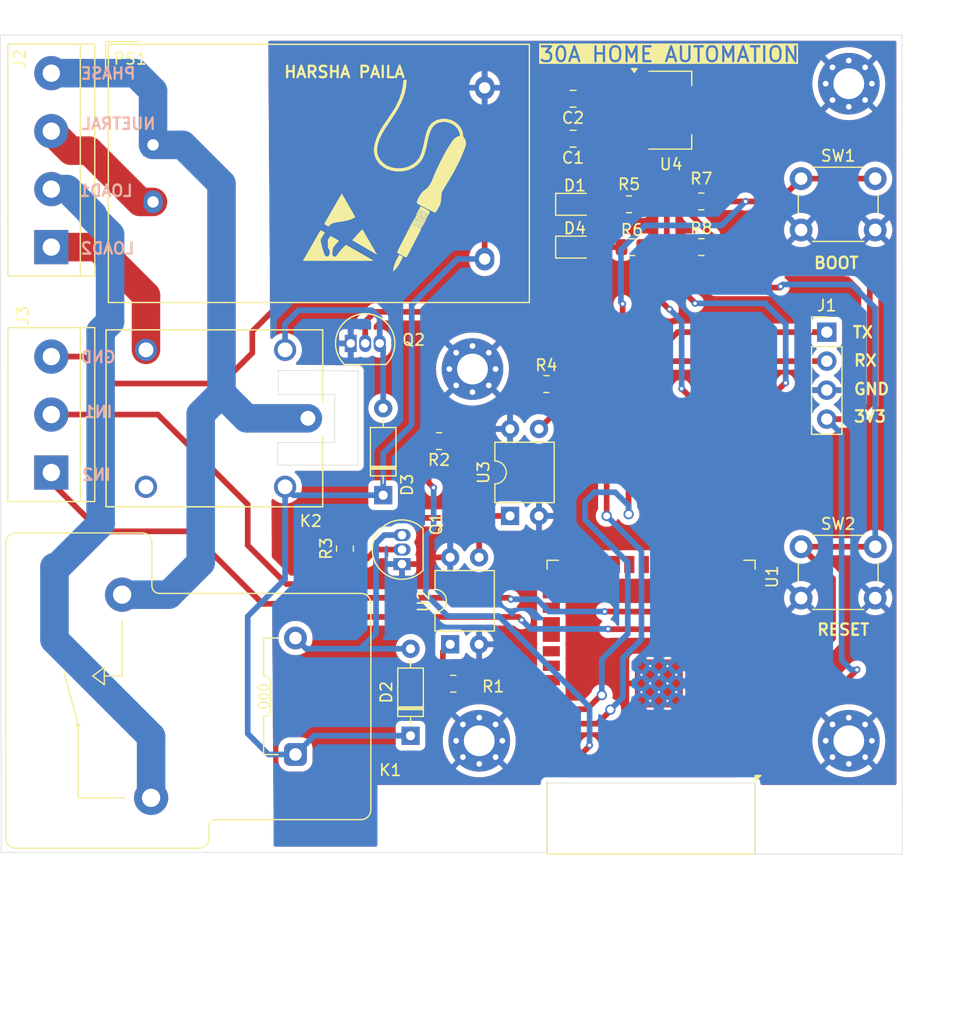
<source format=kicad_pcb>
(kicad_pcb (version 20241229) (generator "pcbnew") (generator_version "9.0")
  (layers (0 "F.Cu" signal) (2 "B.Cu" signal) (13 "F.Paste" user) (15 "B.Paste" user) (5 "F.SilkS" user "F.Silkscreen") (7 "B.SilkS" user "B.Silkscreen") (1 "F.Mask" user) (3 "B.Mask" user) (25 "Edge.Cuts" user))
  (net 0 "")
  (net 1 "GND")
  (net 2 "/5V")
  (net 3 "/3V3")
  (net 4 "Net-(D1-A)")
  (net 5 "Net-(D2-A)")
  (net 6 "Net-(D3-A)")
  (net 7 "Net-(D4-A)")
  (net 8 "/TXD")
  (net 9 "/RXD")
  (net 10 "/N")
  (net 11 "/L2")
  (net 12 "/L1")
  (net 13 "/P")
  (net 14 "/IN2")
  (net 15 "/IN1")
  (net 17 "Net-(Q1-B)")
  (net 18 "Net-(Q2-B)")
  (net 19 "/R1")
  (net 20 "Net-(R1-Pad1)")
  (net 21 "Net-(R2-Pad1)")
  (net 22 "/R2")
  (net 23 "Net-(R3-Pad2)")
  (net 24 "Net-(R4-Pad2)")
  (net 25 "/LED1")
  (net 26 "/LED2")
  (net 27 "/BOOT")
  (net 28 "/EN")
  (footprint "Resistor_SMD:R_0805_2012Metric" (layer "F.Cu") (at 159.6875 83.75625)
    (property "Reference" "R8")
    (property "Value" "10K")
  )
  (footprint "Resistor_SMD:R_0805_2012Metric" (layer "F.Cu") (at 153.35 80.00625 180)
    (property "Reference" "R5")
    (property "Value" "1K")
  )
  (footprint "RF_Module:ESP32-WROOM-32" (layer "F.Cu") (at 155.2825 121.07125 180)
    (property "Reference" "U1")
    (property "Value" "ESP32-WROOM-32")
  )
  (footprint "PR13-5V-450-1C:RELAY_PR13-5V-450-1C" (layer "F.Cu") (at 116.9875 98.75625 180)
    (property "Reference" "K2")
    (property "Value" "PR13-5V-450-1C")
  )
  (footprint "LED_SMD:LED_0805_2012Metric" (layer "F.Cu") (at 148.6 80.00625)
    (property "Reference" "D1")
    (property "Value" "LED")
  )
  (footprint "Connector_PinHeader_2.54mm:PinHeader_1x04_P2.54mm_Vertical" (layer "F.Cu") (at 170.6875 91.20625)
    (property "Reference" "J1")
    (property "Value" "Conn_01x04_Pin")
  )
  (footprint "Resistor_SMD:R_0805_2012Metric" (layer "F.Cu") (at 137.9375 122.00625)
    (property "Reference" "R1")
    (property "Value" "1K")
  )
  (footprint "Resistor_SMD:R_0805_2012Metric" (layer "F.Cu") (at 128.4375 110.16875 90)
    (property "Reference" "R3")
    (property "Value" "1K")
  )
  (footprint "Diode_THT:D_DO-35_SOD27_P7.62mm_Horizontal" (layer "F.Cu") (at 131.7875 105.49125 90)
    (property "Reference" "D3")
    (property "Value" "1N4148")
  )
  (footprint "Symbol:ESD-Logo_6.6x6mm_SilkScreen" (layer "F.Cu") (at 128 82)
    (property "Reference" "REF**" (hide yes))
    (property "Value" "ESD-Logo_6.6x6mm_SilkScreen" (hide yes))
  )
  (footprint "Package_TO_SOT_THT:TO-92_Inline" (layer "F.Cu") (at 133.4375 111.52625 90)
    (property "Reference" "Q1")
    (property "Value" "S8050")
  )
  (footprint "Relay_THT:Relay_SPST_RAYEX-L90AS" (layer "F.Cu") (at 126.6375 123.10625 180)
    (property "Reference" "K1")
    (property "Value" "RAYEX-L90AS")
  )
  (footprint "Capacitor_SMD:C_0805_2012Metric" (layer "F.Cu") (at 148.4375 74.25625 180)
    (property "Reference" "C1")
    (property "Value" "10uF")
  )
  (footprint "Diode_THT:D_DO-35_SOD27_P7.62mm_Horizontal" (layer "F.Cu") (at 134.1875 126.56625 90)
    (property "Reference" "D2")
    (property "Value" "1N4148")
  )
  (footprint "Resistor_SMD:R_0805_2012Metric" (layer "F.Cu") (at 153.6 83.75625 180)
    (property "Reference" "R6")
    (property "Value" "1K")
  )
  (footprint "Converter_ACDC:Converter_ACDC_Hi-Link_HLK-PMxx" (layer "F.Cu") (at 111.6075 74.79875)
    (property "Reference" "PS1")
    (property "Value" "HLK-PM01")
  )
  (footprint "MountingHole:MountingHole_2.7mm_M2.5_Pad_Via" (layer "F.Cu") (at 139.619391 94.438141)
    (property "Reference" "H3" (hide yes))
    (property "Value" "MountingHole_Pad")
  )
  (footprint "Capacitor_SMD:C_0805_2012Metric" (layer "F.Cu") (at 148.4375 70.75625 180)
    (property "Reference" "C2")
    (property "Value" "22uF")
  )
  (footprint "LED_SMD:LED_0805_2012Metric" (layer "F.Cu") (at 148.6 83.75625)
    (property "Reference" "D4")
    (property "Value" "LED")
  )
  (footprint "Package_TO_SOT_THT:TO-92_Inline" (layer "F.Cu") (at 128.9425 92.19125)
    (property "Reference" "Q2")
    (property "Value" "S8050")
  )
  (footprint "Resistor_SMD:R_0805_2012Metric" (layer "F.Cu") (at 136.6875 100.75625 180)
    (property "Reference" "R2")
    (property "Value" "1K")
  )
  (footprint "Package_TO_SOT_SMD:SOT-223-3_TabPin2" (layer "F.Cu") (at 156.9375 71.75625)
    (property "Reference" "U4")
    (property "Value" "AMS1117-3.3")
  )
  (footprint "Package_DIP:DIP-4_W7.62mm" (layer "F.Cu") (at 137.6625 118.55625 90)
    (property "Reference" "U2")
    (property "Value" "PC817")
  )
  (footprint "TerminalBlock:TerminalBlock_bornier-4_P5.08mm" (layer "F.Cu") (at 102.6875 83.75625 90)
    (property "Reference" "J2")
    (property "Value" "Screw_Terminal_01x04")
  )
  (footprint "MountingHole:MountingHole_2.7mm_M2.5_Pad_Via" (layer "F.Cu") (at 140.2125 127.00625)
    (property "Reference" "H4" (hide yes))
    (property "Value" "MountingHole_Pad")
  )
  (footprint "Button_Switch_THT:SW_PUSH_6mm" (layer "F.Cu") (at 168.4375 110.00625)
    (property "Reference" "SW2")
    (property "Value" "SW_Push")
  )
  (footprint "Resistor_SMD:R_0805_2012Metric" (layer "F.Cu") (at 146.1 95.75625)
    (property "Reference" "R4")
    (property "Value" "1K")
  )
  (footprint "TerminalBlock:TerminalBlock_bornier-3_P5.08mm" (layer "F.Cu") (at 102.6875 103.50625 90)
    (property "Reference" "J3")
    (property "Value" "Screw_Terminal_01x03")
  )
  (footprint "MountingHole:MountingHole_2.7mm_M2.5_Pad_Via" (layer "F.Cu") (at 172.619391 69.438141)
    (property "Reference" "H1" (hide yes))
    (property "Value" "MountingHole_Pad")
  )
  (footprint "MountingHole:MountingHole_2.7mm_M2.5_Pad_Via" (layer "F.Cu") (at 172.619391 127.00625)
    (property "Reference" "H2" (hide yes))
    (property "Value" "MountingHole_Pad")
  )
  (footprint "Package_DIP:DIP-4_W7.62mm" (layer "F.Cu") (at 142.9125 107.30625 90)
    (property "Reference" "U3")
    (property "Value" "PC817")
  )
  (footprint "Button_Switch_THT:SW_PUSH_6mm" (layer "F.Cu") (at 168.4375 77.75625)
    (property "Reference" "SW1")
    (property "Value" "SW_Push")
  )
  (footprint "logo.preety:ampnics_logo_20x20mm" (layer "F.Cu") (at 135 77.5)
    (property "Reference" "G***" (hide yes))
    (property "Value" "LOGO" (hide yes))
  )
  (footprint "Resistor_SMD:R_0805_2012Metric" (layer "F.Cu") (at 159.6875 79.75625 180)
    (property "Reference" "R7")
    (property "Value" "10K")
  )
  (gr_line (start 177.2875 65.18125) (end 177.3 136.93125) (stroke (width 0.05)) (layer "Edge.Cuts"))
  (gr_line (start 98.3 136.78125) (end 98.2125 65.18125) (stroke (width 0.05)) (layer "Edge.Cuts"))
  (gr_line (start 164.375 136.93125) (end 164.3625 130.70625) (stroke (width 0.05)) (layer "Edge.Cuts"))
  (gr_line (start 127.5375 96.68125) (end 127.5375 100.88125) (stroke (width 0.05)) (layer "Edge.Cuts"))
  (gr_line (start 122.5375 100.88125) (end 122.5375 102.85625) (stroke (width 0.05)) (layer "Edge.Cuts"))
  (gr_line (start 129.5875 94.60625) (end 122.5875 94.55625) (stroke (width 0.05)) (layer "Edge.Cuts"))
  (gr_line (start 177.3 136.93125) (end 164.375 136.93125) (stroke (width 0.05)) (layer "Edge.Cuts"))
  (gr_line (start 146.1125 130.70625) (end 146.175 136.78125) (stroke (width 0.05)) (layer "Edge.Cuts"))
  (gr_line (start 122.5375 102.85625) (end 129.5875 102.85625) (stroke (width 0.05)) (layer "Edge.Cuts"))
  (gr_line (start 98.2125 65.18125) (end 98.5625 65.18125) (stroke (width 0.05)) (layer "Edge.Cuts"))
  (gr_line (start 122.5875 94.55625) (end 122.5875 96.68125) (stroke (width 0.05)) (layer "Edge.Cuts"))
  (gr_line (start 146.175 136.78125) (end 98.3 136.78125) (stroke (width 0.05)) (layer "Edge.Cuts"))
  (gr_line (start 98.5625 65.18125) (end 177.2875 65.18125) (stroke (width 0.05)) (layer "Edge.Cuts"))
  (gr_line (start 127.5375 100.88125) (end 122.5375 100.88125) (stroke (width 0.05)) (layer "Edge.Cuts"))
  (gr_line (start 164.3625 130.70625) (end 146.1125 130.70625) (stroke (width 0.05)) (layer "Edge.Cuts"))
  (gr_line (start 122.5875 96.68125) (end 127.5375 96.68125) (stroke (width 0.05)) (layer "Edge.Cuts"))
  (gr_line (start 129.5875 102.85625) (end 129.5875 94.60625) (stroke (width 0.05)) (layer "Edge.Cuts"))
  (gr_text "HARSHA PAILA" (at 123 69 0) (layer "F.SilkS") (effects (font (size 1 1) (thickness 0.2) (bold yes)) (justify left bottom)))
  (gr_text "3V3" (at 172.9625 99.18125 0) (layer "F.SilkS") (effects (font (size 1 1) (thickness 0.2) (bold yes)) (justify left bottom)))
  (gr_text "GND" (at 172.9625 96.78125 0) (layer "F.SilkS") (effects (font (size 1 1) (thickness 0.2) (bold yes)) (justify left bottom)))
  (gr_text "RX" (at 172.9625 94.28125 0) (layer "F.SilkS") (effects (font (size 1 1) (thickness 0.2) (bold yes)) (justify left bottom)))
  (gr_text "30A HOME AUTOMATION" (at 145.3875 67.63125 0) (layer "F.SilkS" knockout) (effects (font (size 1.3 1.3) (thickness 0.2) (bold yes)) (justify left bottom)))
  (gr_text "TX" (at 172.8625 91.80625 0) (layer "F.SilkS") (effects (font (size 1 1) (thickness 0.2) (bold yes)) (justify left bottom)))
  (gr_text "BOOT" (at 169.4625 85.73125 0) (layer "F.SilkS") (effects (font (size 1 1) (thickness 0.2) (bold yes)) (justify left bottom)))
  (gr_text "RESET" (at 169.7375 117.85625 0) (layer "F.SilkS") (effects (font (size 1 1) (thickness 0.2) (bold yes)) (justify left bottom)))
  (gr_text "IN2" (at 108.0125 104.28125 -0) (layer "B.SilkS") (effects (font (size 1 1) (thickness 0.2) (bold yes)) (justify left bottom mirror)))
  (gr_text "PHASE" (at 110.1875 69.13125 -0) (layer "B.SilkS") (effects (font (size 1 1) (thickness 0.2) (bold yes)) (justify left bottom mirror)))
  (gr_text "LOAD2" (at 110.0875 84.45625 -0) (layer "B.SilkS") (effects (font (size 1 1) (thickness 0.2) (bold yes)) (justify left bottom mirror)))
  (gr_text "IN1" (at 108.1625 98.78125 -0) (layer "B.SilkS") (effects (font (size 1 1) (thickness 0.2) (bold yes)) (justify left bottom mirror)))
  (gr_text "GND" (at 108.4375 93.98125 -0) (layer "B.SilkS") (effects (font (size 1 1) (thickness 0.2) (bold yes)) (justify left bottom mirror)))
  (gr_text "NUETRAL" (at 111.9375 73.53125 -0) (layer "B.SilkS") (effects (font (size 1 1) (thickness 0.2) (bold yes)) (justify left bottom mirror)))
  (gr_text "LOAD1" (at 109.9375 79.40625 -0) (layer "B.SilkS") (effects (font (size 1 1) (thickness 0.2) (bold yes)) (justify left bottom mirror)))
  (segment (start 120.3125 91.13125) (end 122.3875 89.05625) (width 0.5) (layer "F.Cu") (net 1))
  (segment (start 117.6375 95.70625) (end 120.3125 93.03125) (width 0.5) (layer "F.Cu") (net 1))
  (segment (start 120.3125 93.03125) (end 120.3125 91.13125) (width 0.5) (layer "F.Cu") (net 1))
  (segment (start 102.6875 93.34625) (end 105.5025 93.34625) (width 0.5) (layer "F.Cu") (net 1))
  (segment (start 105.5025 93.34625) (end 107.8625 95.70625) (width 0.5) (layer "F.Cu") (net 1))
  (segment (start 128.9425 90.61125) (end 128.9425 92.19125) (width 0.5) (layer "F.Cu") (net 1))
  (segment (start 127.3875 89.05625) (end 128.9425 90.61125) (width 0.5) (layer "F.Cu") (net 1))
  (segment (start 122.3875 89.05625) (end 127.3875 89.05625) (width 0.5) (layer "F.Cu") (net 1))
  (segment (start 107.8625 95.70625) (end 117.6375 95.70625) (width 0.5) (layer "F.Cu") (net 1))
  (segment (start 149.5875 74.05625) (end 149.3875 74.25625) (width 0.5) (layer "F.Cu") (net 2))
  (segment (start 149.3875 76.05625) (end 149.3875 74.25625) (width 0.5) (layer "F.Cu") (net 2))
  (segment (start 142.8125 77.53125) (end 147.9125 77.53125) (width 0.5) (layer "F.Cu") (net 2))
  (segment (start 153.7875 74.05625) (end 149.5875 74.05625) (width 0.5) (layer "F.Cu") (net 2))
  (segment (start 147.9125 77.53125) (end 149.3875 76.05625) (width 0.5) (layer "F.Cu") (net 2))
  (segment (start 140.6875 79.65625) (end 142.8125 77.53125) (width 0.5) (layer "F.Cu") (net 2))
  (segment (start 140.6875 84.79875) (end 140.6875 79.65625) (width 0.5) (layer "F.Cu") (net 2))
  (segment (start 138.295 84.79875) (end 140.6875 84.79875) (width 0.5) (layer "B.Cu") (net 2))
  (segment (start 134.1875 126.56625) (end 125.7375 126.56625) (width 0.5) (layer "B.Cu") (net 2))
  (segment (start 119.9125 116.10625) (end 119.9125 126.38125) (width 0.5) (layer "B.Cu") (net 2))
  (segment (start 134.2875 88.80625) (end 138.295 84.79875) (width 0.5) (layer "B.Cu") (net 2))
  (segment (start 125.7375 126.56625) (end 124.0975 128.20625) (width 0.5) (layer "B.Cu") (net 2))
  (segment (start 121.7375 128.20625) (end 124.0975 128.20625) (width 0.5) (layer "B.Cu") (net 2))
  (segment (start 123.1875 112.83125) (end 119.9125 116.10625) (width 0.5) (layer "B.Cu") (net 2))
  (segment (start 131.7875 105.49125) (end 131.7875 101.83125) (width 0.5) (layer "B.Cu") (net 2))
  (segment (start 123.9225 105.49125) (end 123.1875 104.75625) (width 0.5) (layer "B.Cu") (net 2))
  (segment (start 123.1875 104.75625) (end 123.1875 112.83125) (width 0.5) (layer "B.Cu") (net 2))
  (segment (start 119.9125 126.38125) (end 121.7375 128.20625) (width 0.5) (layer "B.Cu") (net 2))
  (segment (start 131.7875 101.83125) (end 134.2875 99.33125) (width 0.5) (layer "B.Cu") (net 2))
  (segment (start 134.2875 99.33125) (end 134.2875 88.80625) (width 0.5) (layer "B.Cu") (net 2))
  (segment (start 131.7875 105.49125) (end 123.9225 105.49125) (width 0.5) (layer "B.Cu") (net 2))
  (segment (start 173.2175 98.82625) (end 174.4625 97.58125) (width 0.5) (layer "F.Cu") (net 3))
  (segment (start 172.4625 85.53125) (end 162.9375 85.53125) (width 0.5) (layer "F.Cu") (net 3))
  (segment (start 164.0325 128.05125) (end 167.4175 128.05125) (width 0.5) (layer "F.Cu") (net 3))
  (segment (start 174.4625 87.10625) (end 172.9375 85.58125) (width 0.5) (layer "F.Cu") (net 3))
  (segment (start 161.1625 83.75625) (end 160.6 83.75625) (width 0.5) (layer "F.Cu") (net 3))
  (segment (start 172.9375 85.58125) (end 172.5125 85.58125) (width 0.5) (layer "F.Cu") (net 3))
  (segment (start 158.775 79.75625) (end 158.775 73.06875) (width 0.5) (layer "F.Cu") (net 3))
  (segment (start 153.7875 71.75625) (end 157.4625 71.75625) (width 0.5) (layer "F.Cu") (net 3))
  (segment (start 174.4625 97.58125) (end 174.4625 87.10625) (width 0.5) (layer "F.Cu") (net 3))
  (segment (start 160.6 82.74375) (end 158.775 80.91875) (width 0.5) (layer "F.Cu") (net 3))
  (segment (start 160.6 83.75625) (end 160.6 82.74375) (width 0.5) (layer "F.Cu") (net 3))
  (segment (start 150.3875 71.75625) (end 149.3875 70.75625) (width 0.5) (layer "F.Cu") (net 3))
  (segment (start 170.0875 122.80625) (end 171.3125 122.80625) (width 0.5) (layer "F.Cu") (net 3))
  (segment (start 158.775 73.06875) (end 160.0875 71.75625) (width 0.5) (layer "F.Cu") (net 3))
  (segment (start 162.9375 85.53125) (end 161.1625 83.75625) (width 0.5) (layer "F.Cu") (net 3))
  (segment (start 158.775 80.91875) (end 158.775 79.75625) (width 0.5) (layer "F.Cu") (net 3))
  (segment (start 168.3125 127.15625) (end 168.3125 124.58125) (width 0.5) (layer "F.Cu") (net 3))
  (segment (start 167.4175 128.05125) (end 168.3125 127.15625) (width 0.5) (layer "F.Cu") (net 3))
  (segment (start 170.6875 98.82625) (end 173.2175 98.82625) (width 0.5) (layer "F.Cu") (net 3))
  (segment (start 157.4625 71.75625) (end 158.775 73.06875) (width 0.5) (layer "F.Cu") (net 3))
  (segment (start 173.3375 120.78125) (end 173.3875 120.73125) (width 0.5) (layer "F.Cu") (net 3))
  (segment (start 172.5125 85.58125) (end 172.4625 85.53125) (width 0.5) (layer "F.Cu") (net 3))
  (segment (start 171.3125 122.80625) (end 173.3375 120.78125) (width 0.5) (layer "F.Cu") (net 3))
  (segment (start 153.7875 71.75625) (end 150.3875 71.75625) (width 0.5) (layer "F.Cu") (net 3))
  (segment (start 168.3125 124.58125) (end 170.0875 122.80625) (width 0.5) (layer "F.Cu") (net 3))
  (via (at 173.3375 120.78125) (size 0.6) (drill 0.3) (layers "F.Cu" "B.Cu") (net 3))
  (segment (start 171.9875 100.12625) (end 170.6875 98.82625) (width 0.5) (layer "B.Cu") (net 3))
  (segment (start 173.3375 120.78125) (end 172.8375 120.78125) (width 0.5) (layer "B.Cu") (net 3))
  (segment (start 171.9875 119.93125) (end 171.9875 100.12625) (width 0.5) (layer "B.Cu") (net 3))
  (segment (start 172.8375 120.78125) (end 171.9875 119.93125) (width 0.5) (layer "B.Cu") (net 3))
  (segment (start 152.4375 80.00625) (end 149.5375 80.00625) (width 0.5) (layer "F.Cu") (net 4))
  (segment (start 133.4375 108.98625) (end 131.8825 108.98625) (width 0.5) (layer "B.Cu") (net 5))
  (segment (start 125.0375 118.94625) (end 124.0975 118.00625) (width 0.5) (layer "B.Cu") (net 5))
  (segment (start 131.8825 108.98625) (end 131.1625 109.70625) (width 0.5) (layer "B.Cu") (net 5))
  (segment (start 131.1625 117.57125) (end 129.7875 118.94625) (width 0.5) (layer "B.Cu") (net 5))
  (segment (start 131.1625 109.70625) (end 131.1625 117.57125) (width 0.5) (layer "B.Cu") (net 5))
  (segment (start 129.7875 118.94625) (end 125.0375 118.94625) (width 0.5) (layer "B.Cu") (net 5))
  (segment (start 134.1875 118.94625) (end 129.7875 118.94625) (width 0.5) (layer "B.Cu") (net 5))
  (segment (start 124.3875 89.28125) (end 130.7875 89.28125) (width 0.5) (layer "B.Cu") (net 6))
  (segment (start 123.1875 90.48125) (end 124.3875 89.28125) (width 0.5) (layer "B.Cu") (net 6))
  (segment (start 131.4875 89.98125) (end 131.4825 89.98625) (width 0.5) (layer "B.Cu") (net 6))
  (segment (start 123.1875 92.75625) (end 123.1875 90.48125) (width 0.5) (layer "B.Cu") (net 6))
  (segment (start 130.7875 89.28125) (end 131.4875 89.98125) (width 0.5) (layer "B.Cu") (net 6))
  (segment (start 131.7875 92.49625) (end 131.4825 92.19125) (width 0.5) (layer "B.Cu") (net 6))
  (segment (start 131.4825 89.98625) (end 131.4825 92.19125) (width 0.5) (layer "B.Cu") (net 6))
  (segment (start 131.7875 97.87125) (end 131.7875 92.49625) (width 0.5) (layer "B.Cu") (net 6))
  (segment (start 152.6875 83.75625) (end 149.5375 83.75625) (width 0.5) (layer "F.Cu") (net 7))
  (segment (start 152.7875 96.03125) (end 151.3875 97.43125) (width 0.5) (layer "F.Cu") (net 8))
  (segment (start 170.6875 91.20625) (end 157.6125 91.20625) (width 0.5) (layer "F.Cu") (net 8))
  (segment (start 150.5575 125.51125) (end 151.8375 124.23125) (width 0.5) (layer "F.Cu") (net 8))
  (segment (start 157.6125 91.20625) (end 152.7875 96.03125) (width 0.5) (layer "F.Cu") (net 8))
  (segment (start 146.5325 125.51125) (end 150.5575 125.51125) (width 0.5) (layer "F.Cu") (net 8))
  (segment (start 151.3875 97.43125) (end 151.3875 107.30625) (width 0.5) (layer "F.Cu") (net 8))
  (via (at 151.3875 107.30625) (size 0.9) (drill 0.6) (layers "F.Cu" "B.Cu") (net 8))
  (via (at 151.7125 124.28125) (size 0.9) (drill 0.6) (layers "F.Cu" "B.Cu") (net 8))
  (segment (start 154.4375 118.13125) (end 154.4375 110.35625) (width 0.5) (layer "B.Cu") (net 8))
  (segment (start 152.8125 123.18125) (end 152.8125 119.75625) (width 0.5) (layer "B.Cu") (net 8))
  (segment (start 151.7125 124.28125) (end 152.8125 123.18125) (width 0.5) (layer "B.Cu") (net 8))
  (segment (start 154.4375 110.35625) (end 151.3875 107.30625) (width 0.5) (layer "B.Cu") (net 8))
  (segment (start 152.8125 119.75625) (end 154.4375 118.13125) (width 0.5) (layer "B.Cu") (net 8))
  (segment (start 153.2875 97.38125) (end 153.3125 107.15625) (width 0.5) (layer "F.Cu") (net 9))
  (segment (start 146.5325 124.24125) (end 149.6525 124.24125) (width 0.5) (layer "F.Cu") (net 9))
  (segment (start 153.3125 107.15625) (end 153.2875 107.10625) (width 0.5) (layer "F.Cu") (net 9))
  (segment (start 149.6525 124.24125) (end 150.9625 122.93125) (width 0.5) (layer "F.Cu") (net 9))
  (segment (start 154.1125 96.55625) (end 153.2875 97.38125) (width 0.5) (layer "F.Cu") (net 9))
  (segment (start 170.6875 93.74625) (end 156.9225 93.74625) (width 0.5) (layer "F.Cu") (net 9))
  (segment (start 156.9225 93.74625) (end 154.1125 96.55625) (width 0.5) (layer "F.Cu") (net 9))
  (via (at 150.9625 123.00625) (size 0.9) (drill 0.6) (layers "F.Cu" "B.Cu") (net 9))
  (via (at 153.3125 107.15625) (size 0.9) (drill 0.6) (layers "F.Cu" "B.Cu") (net 9))
  (segment (start 153.2375 117.63125) (end 153.2375 111.38125) (width 0.5) (layer "B.Cu") (net 9))
  (segment (start 150.9625 123.00625) (end 150.9625 119.88125) (width 0.5) (layer "B.Cu") (net 9))
  (segment (start 152.1375 105.23125) (end 153.3125 106.40625) (width 0.5) (layer "B.Cu") (net 9))
  (segment (start 153.2375 111.38125) (end 149.4875 107.63125) (width 0.5) (layer "B.Cu") (net 9))
  (segment (start 149.4875 106.05625) (end 150.3125 105.23125) (width 0.5) (layer "B.Cu") (net 9))
  (segment (start 152.6375 118.20625) (end 152.6625 118.20625) (width 0.5) (layer "B.Cu") (net 9))
  (segment (start 149.4875 107.63125) (end 149.4875 106.05625) (width 0.5) (layer "B.Cu") (net 9))
  (segment (start 150.9625 119.88125) (end 152.6375 118.20625) (width 0.5) (layer "B.Cu") (net 9))
  (segment (start 150.3125 105.23125) (end 152.1375 105.23125) (width 0.5) (layer "B.Cu") (net 9))
  (segment (start 152.6625 118.20625) (end 153.2375 117.63125) (width 0.5) (layer "B.Cu") (net 9))
  (segment (start 153.3125 106.40625) (end 153.3125 107.15625) (width 0.5) (layer "B.Cu") (net 9))
  (segment (start 111.6075 79.79875) (end 110.48 79.79875) (width 2.5) (layer "F.Cu") (net 10))
  (segment (start 105.9875 75.30625) (end 104.3975 75.30625) (width 2.5) (layer "F.Cu") (net 10))
  (segment (start 110.48 79.79875) (end 105.9875 75.30625) (width 2.5) (layer "F.Cu") (net 10))
  (segment (start 104.3975 75.30625) (end 102.6875 73.59625) (width 2.5) (layer "F.Cu") (net 10))
  (segment (start 110.9875 87.98125) (end 106.7625 83.75625) (width 2.5) (layer "F.Cu") (net 11))
  (segment (start 110.9875 92.75625) (end 110.9875 87.98125) (width 2.5) (layer "F.Cu") (net 11))
  (segment (start 106.7625 83.75625) (end 102.6875 83.75625) (width 2.5) (layer "F.Cu") (net 11))
  (segment (start 102.9625 118.15625) (end 111.4375 126.63125) (width 2.5) (layer "B.Cu") (net 12))
  (segment (start 107.0125 91.13125) (end 107.0125 107.98125) (width 2.5) (layer "B.Cu") (net 12))
  (segment (start 107.8375 82.65625) (end 107.8375 90.30625) (width 2.5) (layer "B.Cu") (net 12))
  (segment (start 104.089124 78.67625) (end 105.915812 80.502938) (width 2.5) (layer "B.Cu") (net 12))
  (segment (start 105.915812 80.502938) (end 106.33 80.917127) (width 2.5) (layer "B.Cu") (net 12))
  (segment (start 111.4375 126.63125) (end 111.4375 132.00625) (width 2.5) (layer "B.Cu") (net 12))
  (segment (start 106.33 80.917127) (end 106.33 81.14875) (width 2.5) (layer "B.Cu") (net 12))
  (segment (start 107.0125 107.98125) (end 103.2125 111.78125) (width 2.5) (layer "B.Cu") (net 12))
  (segment (start 102.9625 111.78125) (end 102.9625 118.15625) (width 2.5) (layer "B.Cu") (net 12))
  (segment (start 103.2125 111.78125) (end 102.9625 111.78125) (width 2.5) (layer "B.Cu") (net 12))
  (segment (start 102.6875 78.67625) (end 104.089124 78.67625) (width 2.5) (layer "B.Cu") (net 12))
  (segment (start 107.8375 90.30625) (end 107.0125 91.13125) (width 2.5) (layer "B.Cu") (net 12))
  (segment (start 106.33 81.14875) (end 107.8375 82.65625) (width 2.5) (layer "B.Cu") (net 12))
  (segment (start 125.1875 98.75625) (end 119.8125 98.75625) (width 2.5) (layer "B.Cu") (net 13))
  (segment (start 117.6125 96.55625) (end 117.6125 78.20625) (width 2.5) (layer "B.Cu") (net 13))
  (segment (start 115.7875 98.38125) (end 117.6125 96.55625) (width 2.5) (layer "B.Cu") (net 13))
  (segment (start 114.205 74.79875) (end 111.6075 74.79875) (width 2.5) (layer "B.Cu") (net 13))
  (segment (start 115.7875 111.40625) (end 115.7875 98.38125) (width 2.5) (layer "B.Cu") (net 13))
  (segment (start 110.0475 68.51625) (end 111.6075 70.07625) (width 2.5) (layer "B.Cu") (net 13))
  (segment (start 119.8125 98.75625) (end 117.6125 96.55625) (width 2.5) (layer "B.Cu") (net 13))
  (segment (start 117.6125 78.20625) (end 114.205 74.79875) (width 2.5) (layer "B.Cu") (net 13))
  (segment (start 112.9875 114.20625) (end 115.7875 111.40625) (width 2.5) (layer "B.Cu") (net 13))
  (segment (start 102.6875 68.51625) (end 110.0475 68.51625) (width 2.5) (layer "B.Cu") (net 13))
  (segment (start 108.8975 114.20625) (end 112.9875 114.20625) (width 2.5) (layer "B.Cu") (net 13))
  (segment (start 111.6075 70.07625) (end 111.6075 74.79875) (width 2.5) (layer "B.Cu") (net 13))
  (segment (start 161.2625 118.88125) (end 158.0875 115.70625) (width 0.5) (layer "F.Cu") (net 14))
  (segment (start 163.0575 121.70125) (end 161.2625 119.90625) (width 0.5) (layer "F.Cu") (net 14))
  (segment (start 142.8125 114.48125) (end 142.9375 114.60625) (width 0.5) (layer "F.Cu") (net 14))
  (segment (start 164.0325 121.70125) (end 163.0575 121.70125) (width 0.5) (layer "F.Cu") (net 14))
  (segment (start 102.6875 98.42625) (end 112.0325 98.42625) (width 0.5) (layer "F.Cu") (net 14))
  (segment (start 123.3125 113.28125) (end 126.9125 113.28125) (width 0.5) (layer "F.Cu") (net 14))
  (segment (start 142.9875 114.65625) (end 142.9125 114.58125) (width 0.5) (layer "F.Cu") (net 14))
  (segment (start 127.6125 113.28125) (end 128.8125 114.48125) (width 0.5) (layer "F.Cu") (net 14))
  (segment (start 142.9375 114.60625) (end 142.9875 114.60625) (width 0.5) (layer "F.Cu") (net 14))
  (segment (start 142.9875 114.60625) (end 142.9875 114.65625) (width 0.5) (layer "F.Cu") (net 14))
  (segment (start 161.2625 119.90625) (end 161.2625 118.88125) (width 0.5) (layer "F.Cu") (net 14))
  (segment (start 119.9125 109.88125) (end 123.3125 113.28125) (width 0.5) (layer "F.Cu") (net 14))
  (segment (start 128.8125 114.48125) (end 142.8125 114.48125) (width 0.5) (layer "F.Cu") (net 14))
  (segment (start 112.0325 98.42625) (end 119.9125 106.30625) (width 0.5) (layer "F.Cu") (net 14))
  (segment (start 158.0875 115.70625) (end 151.2125 115.68125) (width 0.5) (layer "F.Cu") (net 14))
  (segment (start 119.9125 106.30625) (end 119.9125 109.88125) (width 0.5) (layer "F.Cu") (net 14))
  (segment (start 126.9125 113.28125) (end 127.6125 113.28125) (width 0.5) (layer "F.Cu") (net 14))
  (segment (start 151.2125 115.68125) (end 151.1875 115.70625) (width 0.5) (layer "F.Cu") (net 14))
  (via (at 151.2125 115.68125) (size 0.6) (drill 0.3) (layers "F.Cu" "B.Cu") (net 14))
  (via (at 142.9875 114.60625) (size 0.6) (drill 0.3) (layers "F.Cu" "B.Cu") (net 14))
  (segment (start 145.2125 114.60625) (end 142.9875 114.60625) (width 0.5) (layer "B.Cu") (net 14))
  (segment (start 145.2375 114.58125) (end 145.2125 114.60625) (width 0.5) (layer "B.Cu") (net 14))
  (segment (start 146.3375 115.68125) (end 145.2375 114.58125) (width 0.5) (layer "B.Cu") (net 14))
  (segment (start 151.2125 115.68125) (end 146.3375 115.68125) (width 0.5) (layer "B.Cu") (net 14))
  (segment (start 161.6275 122.97125) (end 159.9875 121.33125) (width 0.5) (layer "F.Cu") (net 15))
  (segment (start 143.9375 116.43125) (end 143.6625 116.15625) (width 0.5) (layer "F.Cu") (net 15))
  (segment (start 159.9875 121.33125) (end 159.9875 119.88125) (width 0.5) (layer "F.Cu") (net 15))
  (segment (start 151.5375 117.23125) (end 151.5125 117.20625) (width 0.5) (layer "F.Cu") (net 15))
  (segment (start 121.2125 115.00625) (end 114.8625 108.65625) (width 0.5) (layer "F.Cu") (net 15))
  (segment (start 114.8625 108.65625) (end 106.9875 108.65625) (width 0.5) (layer "F.Cu") (net 15))
  (segment (start 127.5875 116.15625) (end 126.4375 115.00625) (width 0.5) (layer "F.Cu") (net 15))
  (segment (start 151.5125 117.20625) (end 151.4875 117.23125) (width 0.5) (layer "F.Cu") (net 15))
  (segment (start 126.4375 115.00625) (end 121.2125 115.00625) (width 0.5) (layer "F.Cu") (net 15))
  (segment (start 159.9875 119.88125) (end 157.3375 117.23125) (width 0.5) (layer "F.Cu") (net 15))
  (segment (start 106.9875 108.65625) (end 102.6875 104.35625) (width 0.5) (layer "F.Cu") (net 15))
  (segment (start 143.6625 116.15625) (end 127.5875 116.15625) (width 0.5) (layer "F.Cu") (net 15))
  (segment (start 151.4875 117.23125) (end 151.4625 117.23125) (width 0.5) (layer "F.Cu") (net 15))
  (segment (start 157.3375 117.23125) (end 151.5375 117.23125) (width 0.5) (layer "F.Cu") (net 15))
  (segment (start 102.6875 104.35625) (end 102.6875 103.50625) (width 0.5) (layer "F.Cu") (net 15))
  (segment (start 164.0325 122.97125) (end 161.6275 122.97125) (width 0.5) (layer "F.Cu") (net 15))
  (via (at 143.9375 116.43125) (size 0.6) (drill 0.3) (layers "F.Cu" "B.Cu") (net 15))
  (via (at 151.5125 117.20625) (size 0.6) (drill 0.3) (layers "F.Cu" "B.Cu") (net 15))
  (segment (start 144.7125 117.20625) (end 151.5125 117.20625) (width 0.5) (layer "B.Cu") (net 15))
  (segment (start 143.9375 116.43125) (end 144.7125 117.20625) (width 0.5) (layer "B.Cu") (net 15))
  (segment (start 130.3375 111.08125) (end 128.4375 111.08125) (width 0.5) (layer "F.Cu") (net 17))
  (segment (start 133.4375 110.25625) (end 131.1625 110.25625) (width 0.5) (layer "F.Cu") (net 17))
  (segment (start 131.1625 110.25625) (end 130.3375 111.08125) (width 0.5) (layer "F.Cu") (net 17))
  (segment (start 131.0625 89.43125) (end 130.1875 90.30625) (width 0.5) (layer "F.Cu") (net 18))
  (segment (start 143.0125 89.43125) (end 131.0625 89.43125) (width 0.5) (layer "F.Cu") (net 18))
  (segment (start 130.2125 90.33125) (end 130.2125 92.19125) (width 0.5) (layer "F.Cu") (net 18))
  (segment (start 145.1875 91.60625) (end 143.0125 89.43125) (width 0.5) (layer "F.Cu") (net 18))
  (segment (start 130.1875 90.30625) (end 130.2125 90.33125) (width 0.5) (layer "F.Cu") (net 18))
  (segment (start 145.1875 95.75625) (end 145.1875 91.60625) (width 0.5) (layer "F.Cu") (net 18))
  (segment (start 146.5325 126.78125) (end 145.4625 126.78125) (width 0.5) (layer "F.Cu") (net 19))
  (segment (start 143.9875 125.30625) (end 143.9875 123.70625) (width 0.5) (layer "F.Cu") (net 19))
  (segment (start 143.9875 123.70625) (end 142.2875 122.00625) (width 0.5) (layer "F.Cu") (net 19))
  (segment (start 142.2875 122.00625) (end 138.85 122.00625) (width 0.5) (layer "F.Cu") (net 19))
  (segment (start 145.4625 126.78125) (end 143.9875 125.30625) (width 0.5) (layer "F.Cu") (net 19))
  (segment (start 137.025 122.00625) (end 137.025 119.19375) (width 0.5) (layer "F.Cu") (net 20))
  (segment (start 137.025 119.19375) (end 137.6625 118.55625) (width 0.5) (layer "F.Cu") (net 20))
  (segment (start 137.6 103.76875) (end 137.6 100.75625) (width 0.5) (layer "F.Cu") (net 21))
  (segment (start 141.1375 107.30625) (end 137.6 103.76875) (width 0.5) (layer "F.Cu") (net 21))
  (segment (start 142.9125 107.30625) (end 141.1375 107.30625) (width 0.5) (layer "F.Cu") (net 21))
  (segment (start 135.775 100.75625) (end 135.775 104.39375) (width 0.5) (layer "F.Cu") (net 22))
  (segment (start 149.9375 127.40625) (end 149.8625 127.48125) (width 0.5) (layer "F.Cu") (net 22))
  (segment (start 149.8875 127.45625) (end 149.8875 127.40625) (width 0.5) (layer "F.Cu") (net 22))
  (segment (start 149.8875 127.40625) (end 149.9375 127.40625) (width 0.5) (layer "F.Cu") (net 22))
  (segment (start 135.775 104.39375) (end 136.2125 104.83125) (width 0.5) (layer "F.Cu") (net 22))
  (segment (start 149.2925 128.05125) (end 149.8875 127.45625) (width 0.5) (layer "F.Cu") (net 22))
  (segment (start 146.5325 128.05125) (end 149.2925 128.05125) (width 0.5) (layer "F.Cu") (net 22))
  (via (at 149.8875 127.40625) (size 0.6) (drill 0.3) (layers "F.Cu" "B.Cu") (net 22))
  (via (at 136.2125 104.83125) (size 0.6) (drill 0.3) (layers "F.Cu" "B.Cu") (net 22))
  (segment (start 135.5375 109.55625) (end 135.5375 114.18125) (width 0.5) (layer "B.Cu") (net 22))
  (segment (start 137.4375 116.08125) (end 141.9125 116.08125) (width 0.5) (layer "B.Cu") (net 22))
  (segment (start 136.2125 108.38125) (end 135.5125 109.08125) (width 0.5) (layer "B.Cu") (net 22))
  (segment (start 135.5125 109.53125) (end 135.5375 109.55625) (width 0.5) (layer "B.Cu") (net 22))
  (segment (start 141.9125 116.08125) (end 149.8875 124.05625) (width 0.5) (layer "B.Cu") (net 22))
  (segment (start 135.5375 114.18125) (end 137.4375 116.08125) (width 0.5) (layer "B.Cu") (net 22))
  (segment (start 149.8875 124.05625) (end 149.8875 127.40625) (width 0.5) (layer "B.Cu") (net 22))
  (segment (start 135.5125 109.08125) (end 135.5125 109.53125) (width 0.5) (layer "B.Cu") (net 22))
  (segment (start 136.2125 104.83125) (end 136.2125 108.38125) (width 0.5) (layer "B.Cu") (net 22))
  (segment (start 131.3125 107.48125) (end 129.5375 109.25625) (width 0.5) (layer "F.Cu") (net 23))
  (segment (start 129.5375 109.25625) (end 128.4375 109.25625) (width 0.5) (layer "F.Cu") (net 23))
  (segment (start 140.2025 110.93625) (end 140.2025 108.97125) (width 0.5) (layer "F.Cu") (net 23))
  (segment (start 138.7125 107.48125) (end 131.3125 107.48125) (width 0.5) (layer "F.Cu") (net 23))
  (segment (start 140.2025 108.97125) (end 138.7125 107.48125) (width 0.5) (layer "F.Cu") (net 23))
  (segment (start 145.4525 99.68625) (end 147.0125 98.12625) (width 0.5) (layer "F.Cu") (net 24))
  (segment (start 147.0125 98.12625) (end 147.0125 95.75625) (width 0.5) (layer "F.Cu") (net 24))
  (segment (start 167.0375 95.65625) (end 167.0875 95.65625) (width 0.5) (layer "F.Cu") (net 25))
  (segment (start 154.2625 80.00625) (end 156.2875 80.00625) (width 0.5) (layer "F.Cu") (net 25))
  (segment (start 156.6625 80.38125) (end 156.6625 86.18125) (width 0.5) (layer "F.Cu") (net 25))
  (segment (start 167.0875 95.60625) (end 167.0625 95.63125) (width 0.5) (layer "F.Cu") (net 25))
  (segment (start 156.6625 86.18125) (end 159.1375 88.65625) (width 0.5) (layer "F.Cu") (net 25))
  (segment (start 156.2875 80.00625) (end 156.6625 80.38125) (width 0.5) (layer "F.Cu") (net 25))
  (segment (start 164.0325 112.81125) (end 164.0325 98.66125) (width 0.5) (layer "F.Cu") (net 25))
  (segment (start 159.1375 88.65625) (end 159.1375 88.68125) (width 0.5) (layer "F.Cu") (net 25))
  (segment (start 159.1625 88.68125) (end 159.1125 88.63125) (width 0.5) (layer "F.Cu") (net 25))
  (segment (start 159.1375 88.68125) (end 159.1625 88.68125) (width 0.5) (layer "F.Cu") (net 25))
  (segment (start 164.0325 98.66125) (end 167.0375 95.65625) (width 0.5) (layer "F.Cu") (net 25))
  (segment (start 167.0875 95.65625) (end 167.0875 95.60625) (width 0.5) (layer "F.Cu") (net 25))
  (via (at 159.1375 88.68125) (size 0.6) (drill 0.3) (layers "F.Cu" "B.Cu") (net 25))
  (via (at 167.0875 95.65625) (size 0.6) (drill 0.3) (layers "F.Cu" "B.Cu") (net 25))
  (segment (start 167.0875 95.65625) (end 167.0875 90.50625) (width 0.5) (layer "B.Cu") (net 25))
  (segment (start 167.0875 90.50625) (end 165.2625 88.68125) (width 0.5) (layer "B.Cu") (net 25))
  (segment (start 165.2625 88.68125) (end 159.1375 88.68125) (width 0.5) (layer "B.Cu") (net 25))
  (segment (start 159.7225 97.91625) (end 157.9625 96.15625) (width 0.5) (layer "F.Cu") (net 26))
  (segment (start 154.5125 86.85625) (end 156.8625 89.20625) (width 0.5) (layer "F.Cu") (net 26))
  (segment (start 156.9125 89.20625) (end 156.9125 89.25625) (width 0.5) (layer "F.Cu") (net 26))
  (segment (start 156.9125 89.25625) (end 156.8375 89.18125) (width 0.5) (layer "F.Cu") (net 26))
  (segment (start 156.8625 89.20625) (end 156.9125 89.20625) (width 0.5) (layer "F.Cu") (net 26))
  (segment (start 159.7225 111.56125) (end 159.7225 97.91625) (width 0.5) (layer "F.Cu") (net 26))
  (segment (start 154.5125 83.75625) (end 154.5125 86.85625) (width 0.5) (layer "F.Cu") (net 26))
  (via (at 156.9125 89.20625) (size 0.6) (drill 0.3) (layers "F.Cu" "B.Cu") (net 26))
  (via (at 157.9625 96.15625) (size 0.6) (drill 0.3) (layers "F.Cu" "B.Cu") (net 26))
  (segment (start 157.9625 96.15625) (end 157.9625 90.25625) (width 0.5) (layer "B.Cu") (net 26))
  (segment (start 157.9625 90.25625) (end 156.9125 89.20625) (width 0.5) (layer "B.Cu") (net 26))
  (segment (start 152.7875 93.85625) (end 152.7875 88.73125) (width 0.5) (layer "F.Cu") (net 27))
  (segment (start 146.5325 110.11125) (end 147.9375 108.70625) (width 0.5) (layer "F.Cu") (net 27))
  (segment (start 166.4375 79.75625) (end 168.4375 77.75625) (width 0.5) (layer "F.Cu") (net 27))
  (segment (start 147.9375 108.70625) (end 147.9375 98.70625) (width 0.5) (layer "F.Cu") (net 27))
  (segment (start 146.5325 112.81125) (end 146.5325 110.11125) (width 0.5) (layer "F.Cu") (net 27))
  (segment (start 147.9375 98.70625) (end 151.8625 94.78125) (width 0.5) (layer "F.Cu") (net 27))
  (segment (start 160.6 79.75625) (end 163.5625 79.75625) (width 0.5) (layer "F.Cu") (net 27))
  (segment (start 152.7875 88.73125) (end 152.7875 88.78125) (width 0.5) (layer "F.Cu") (net 27))
  (segment (start 174.9375 77.75625) (end 168.4375 77.75625) (width 0.5) (layer "F.Cu") (net 27))
  (segment (start 151.8625 94.78125) (end 152.7875 93.85625) (width 0.5) (layer "F.Cu") (net 27))
  (segment (start 163.5625 79.75625) (end 166.4375 79.75625) (width 0.5) (layer "F.Cu") (net 27))
  (via (at 163.5625 79.75625) (size 0.6) (drill 0.3) (layers "F.Cu" "B.Cu") (net 27))
  (via (at 152.7875 88.73125) (size 0.6) (drill 0.3) (layers "F.Cu" "B.Cu") (net 27))
  (segment (start 163.5625 79.75625) (end 161.4625 81.85625) (width 0.5) (layer "B.Cu") (net 27))
  (segment (start 152.6375 88.58125) (end 152.7875 88.73125) (width 0.5) (layer "B.Cu") (net 27))
  (segment (start 161.4625 81.85625) (end 154.7625 81.85625) (width 0.5) (layer "B.Cu") (net 27))
  (segment (start 154.7625 81.85625) (end 152.6375 83.98125) (width 0.5) (layer "B.Cu") (net 27))
  (segment (start 152.6375 83.98125) (end 152.6375 88.58125) (width 0.5) (layer "B.Cu") (net 27))
  (segment (start 171.2375 112.80625) (end 168.4375 110.00625) (width 0.5) (layer "F.Cu") (net 28))
  (segment (start 167.0125 126.00625) (end 167.0125 122.25625) (width 0.5) (layer "F.Cu") (net 28))
  (segment (start 160.9625 87.30625) (end 166.3875 87.30625) (width 0.5) (layer "F.Cu") (net 28))
  (segment (start 166.5875 87.30625) (end 166.4875 87.30625) (width 0.5) (layer "F.Cu") (net 28))
  (segment (start 166.2375 126.78125) (end 167.0125 126.00625) (width 0.5) (layer "F.Cu") (net 28))
  (segment (start 158.775 85.11875) (end 160.9625 87.30625) (width 0.5) (layer "F.Cu") (net 28))
  (segment (start 166.3875 87.30625) (end 166.6375 87.20625) (width 0.5) (layer "F.Cu") (net 28))
  (segment (start 174.9375 110.00625) (end 168.4375 110.00625) (width 0.5) (layer "F.Cu") (net 28))
  (segment (start 164.0325 126.78125) (end 166.2375 126.78125) (width 0.5) (layer "F.Cu") (net 28))
  (segment (start 171.2375 118.03125) (end 171.2375 112.80625) (width 0.5) (layer "F.Cu") (net 28))
  (segment (start 166.6375 87.20625) (end 166.5875 87.30625) (width 0.5) (layer "F.Cu") (net 28))
  (segment (start 158.775 83.75625) (end 158.775 85.11875) (width 0.5) (layer "F.Cu") (net 28))
  (segment (start 167.0125 122.25625) (end 171.2375 118.03125) (width 0.5) (layer "F.Cu") (net 28))
  (via (at 166.6375 87.20625) (size 0.6) (drill 0.3) (layers "F.Cu" "B.Cu") (net 28))
  (segment (start 172.8875 87.03125) (end 166.8125 87.03125) (width 0.5) (layer "B.Cu") (net 28))
  (segment (start 174.9375 89.08125) (end 172.8875 87.03125) (width 0.5) (layer "B.Cu") (net 28))
  (segment (start 166.8125 87.03125) (end 166.6375 87.20625) (width 0.5) (layer "B.Cu") (net 28))
  (segment (start 174.9375 110.00625) (end 174.9375 89.08125) (width 0.5) (layer "B.Cu") (net 28))
  (zone (net 1) (net_name "GND") (layers "F.Cu" "B.Cu") (connect_pads (clearance 0.5)) (min_thickness 0.25) (fill yes (thermal_gap 0.5) (thermal_bridge_width 0.5))
    (polygon (pts (xy 121.5875 62.10625) (xy 181.6875 62.40625) (xy 182.9125 138.88125) (xy 122.2125 138.73125) (xy 121.6875 62.15625)))
  )
)
</source>
